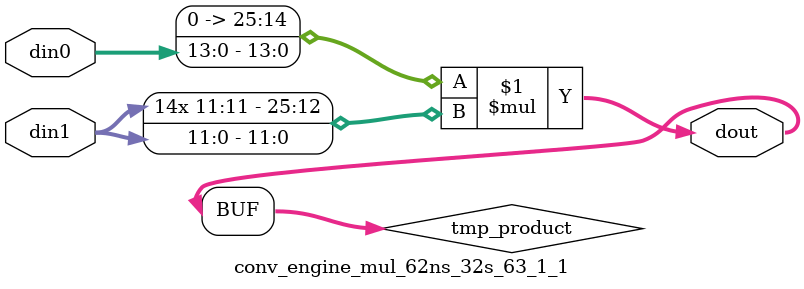
<source format=v>

`timescale 1 ns / 1 ps

 module conv_engine_mul_62ns_32s_63_1_1(din0, din1, dout);
parameter ID = 1;
parameter NUM_STAGE = 0;
parameter din0_WIDTH = 14;
parameter din1_WIDTH = 12;
parameter dout_WIDTH = 26;

input [din0_WIDTH - 1 : 0] din0; 
input [din1_WIDTH - 1 : 0] din1; 
output [dout_WIDTH - 1 : 0] dout;

wire signed [dout_WIDTH - 1 : 0] tmp_product;

























assign tmp_product = $signed({1'b0, din0}) * $signed(din1);










assign dout = tmp_product;





















endmodule

</source>
